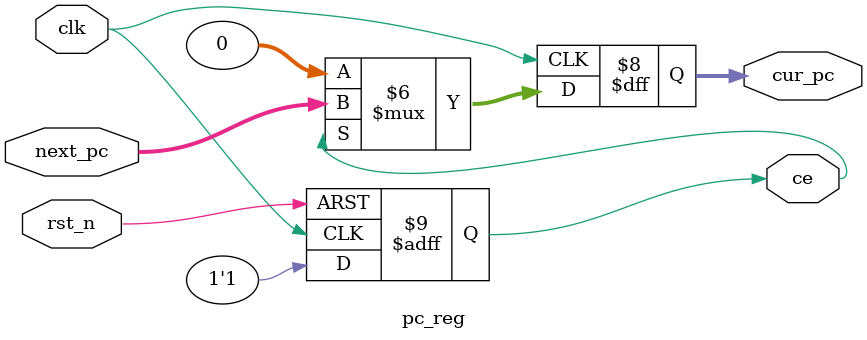
<source format=v>
`timescale 1ns / 1ps


module pc_reg(
    input              clk,
    input              rst_n,
    input [31:0]       next_pc,

    output reg [31:0]  cur_pc,
    output reg         ce
    );

    always @ (posedge clk or negedge rst_n) begin
        if(~rst_n)
            ce <= 1'b0;
        else
            ce <= 1'b1;      
    end

    always @ (posedge clk) begin
        if(~ce)
            cur_pc <= 32'b0;
        else
            cur_pc <= next_pc;
    end    
endmodule

</source>
